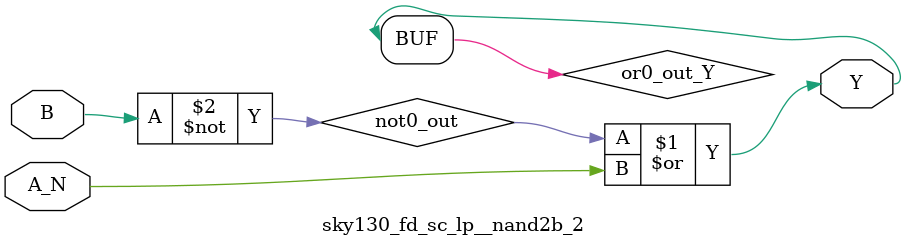
<source format=v>
/*
 * Copyright 2020 The SkyWater PDK Authors
 *
 * Licensed under the Apache License, Version 2.0 (the "License");
 * you may not use this file except in compliance with the License.
 * You may obtain a copy of the License at
 *
 *     https://www.apache.org/licenses/LICENSE-2.0
 *
 * Unless required by applicable law or agreed to in writing, software
 * distributed under the License is distributed on an "AS IS" BASIS,
 * WITHOUT WARRANTIES OR CONDITIONS OF ANY KIND, either express or implied.
 * See the License for the specific language governing permissions and
 * limitations under the License.
 *
 * SPDX-License-Identifier: Apache-2.0
*/


`ifndef SKY130_FD_SC_LP__NAND2B_2_FUNCTIONAL_V
`define SKY130_FD_SC_LP__NAND2B_2_FUNCTIONAL_V

/**
 * nand2b: 2-input NAND, first input inverted.
 *
 * Verilog simulation functional model.
 */

`timescale 1ns / 1ps
`default_nettype none

`celldefine
module sky130_fd_sc_lp__nand2b_2 (
    Y  ,
    A_N,
    B
);

    // Module ports
    output Y  ;
    input  A_N;
    input  B  ;

    // Local signals
    wire not0_out ;
    wire or0_out_Y;

    //  Name  Output     Other arguments
    not not0 (not0_out , B              );
    or  or0  (or0_out_Y, not0_out, A_N  );
    buf buf0 (Y        , or0_out_Y      );

endmodule
`endcelldefine

`default_nettype wire
`endif  // SKY130_FD_SC_LP__NAND2B_2_FUNCTIONAL_V

</source>
